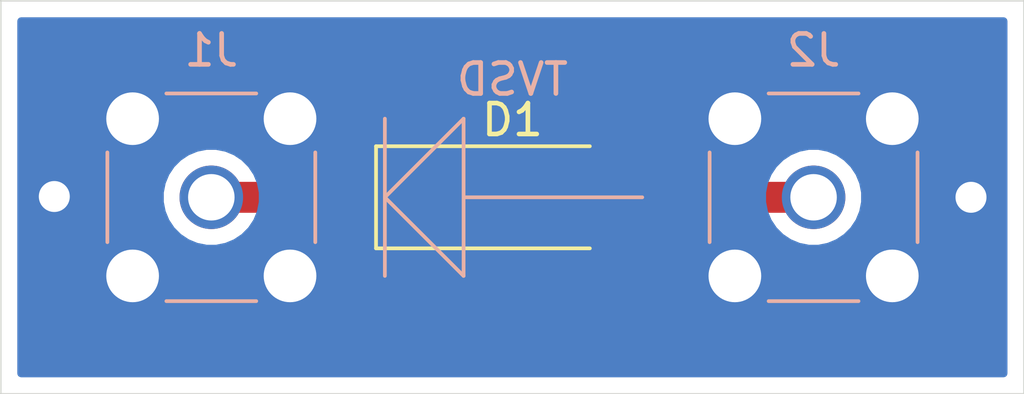
<source format=kicad_pcb>
(kicad_pcb (version 20171130) (host pcbnew "(5.1.5-0-10_14)")

  (general
    (thickness 1.6)
    (drawings 10)
    (tracks 24)
    (zones 0)
    (modules 3)
    (nets 4)
  )

  (page A4)
  (layers
    (0 F.Cu signal)
    (31 B.Cu signal)
    (32 B.Adhes user)
    (33 F.Adhes user)
    (34 B.Paste user)
    (35 F.Paste user)
    (36 B.SilkS user)
    (37 F.SilkS user)
    (38 B.Mask user)
    (39 F.Mask user)
    (40 Dwgs.User user)
    (41 Cmts.User user)
    (42 Eco1.User user)
    (43 Eco2.User user)
    (44 Edge.Cuts user)
    (45 Margin user)
    (46 B.CrtYd user)
    (47 F.CrtYd user)
    (48 B.Fab user)
    (49 F.Fab user)
  )

  (setup
    (last_trace_width 1)
    (user_trace_width 1)
    (user_trace_width 2)
    (trace_clearance 0.2)
    (zone_clearance 0.508)
    (zone_45_only no)
    (trace_min 0.2)
    (via_size 0.8)
    (via_drill 0.4)
    (via_min_size 0.4)
    (via_min_drill 0.3)
    (user_via 2 1)
    (uvia_size 0.3)
    (uvia_drill 0.1)
    (uvias_allowed no)
    (uvia_min_size 0.2)
    (uvia_min_drill 0.1)
    (edge_width 0.05)
    (segment_width 0.2)
    (pcb_text_width 0.3)
    (pcb_text_size 1.5 1.5)
    (mod_edge_width 0.12)
    (mod_text_size 1 1)
    (mod_text_width 0.15)
    (pad_size 1.524 1.524)
    (pad_drill 0.762)
    (pad_to_mask_clearance 0.051)
    (solder_mask_min_width 0.25)
    (aux_axis_origin 0 0)
    (visible_elements FFFFFF7F)
    (pcbplotparams
      (layerselection 0x010fc_ffffffff)
      (usegerberextensions false)
      (usegerberattributes false)
      (usegerberadvancedattributes false)
      (creategerberjobfile false)
      (excludeedgelayer true)
      (linewidth 0.100000)
      (plotframeref false)
      (viasonmask false)
      (mode 1)
      (useauxorigin false)
      (hpglpennumber 1)
      (hpglpenspeed 20)
      (hpglpendiameter 15.000000)
      (psnegative false)
      (psa4output false)
      (plotreference true)
      (plotvalue true)
      (plotinvisibletext false)
      (padsonsilk false)
      (subtractmaskfromsilk false)
      (outputformat 1)
      (mirror false)
      (drillshape 1)
      (scaleselection 1)
      (outputdirectory ""))
  )

  (net 0 "")
  (net 1 "Net-(D1-Pad2)")
  (net 2 "Net-(D1-Pad1)")
  (net 3 GNDS)

  (net_class Default "This is the default net class."
    (clearance 0.2)
    (trace_width 0.25)
    (via_dia 0.8)
    (via_drill 0.4)
    (uvia_dia 0.3)
    (uvia_drill 0.1)
    (add_net GNDS)
    (add_net "Net-(D1-Pad1)")
    (add_net "Net-(D1-Pad2)")
  )

  (module Connector_Coaxial:SMA_Amphenol_901-144_Vertical (layer B.Cu) (tedit 5B2F4C32) (tstamp 5ECD2C15)
    (at 141.8 83.82 180)
    (descr https://www.amphenolrf.com/downloads/dl/file/id/7023/product/3103/901_144_customer_drawing.pdf)
    (tags "SMA THT Female Jack Vertical")
    (path /5EF53929)
    (fp_text reference J2 (at 0 4.75) (layer B.SilkS)
      (effects (font (size 1 1) (thickness 0.15)) (justify mirror))
    )
    (fp_text value SMA_Coaxial (at 0 -5) (layer B.Fab)
      (effects (font (size 1 1) (thickness 0.15)) (justify mirror))
    )
    (fp_text user %R (at 0 0) (layer B.Fab)
      (effects (font (size 1 1) (thickness 0.15)) (justify mirror))
    )
    (fp_line (start -1.45 3.355) (end 1.45 3.355) (layer B.SilkS) (width 0.12))
    (fp_line (start -1.45 -3.355) (end 1.45 -3.355) (layer B.SilkS) (width 0.12))
    (fp_line (start 3.355 1.45) (end 3.355 -1.45) (layer B.SilkS) (width 0.12))
    (fp_line (start -3.355 1.45) (end -3.355 -1.45) (layer B.SilkS) (width 0.12))
    (fp_line (start 3.175 3.175) (end 3.175 -3.175) (layer B.Fab) (width 0.1))
    (fp_line (start -3.175 -3.175) (end 3.175 -3.175) (layer B.Fab) (width 0.1))
    (fp_line (start -3.175 3.175) (end -3.175 -3.175) (layer B.Fab) (width 0.1))
    (fp_line (start -3.175 3.175) (end 3.175 3.175) (layer B.Fab) (width 0.1))
    (fp_line (start -4.17 4.17) (end 4.17 4.17) (layer B.CrtYd) (width 0.05))
    (fp_line (start -4.17 4.17) (end -4.17 -4.17) (layer B.CrtYd) (width 0.05))
    (fp_line (start 4.17 -4.17) (end 4.17 4.17) (layer B.CrtYd) (width 0.05))
    (fp_line (start 4.17 -4.17) (end -4.17 -4.17) (layer B.CrtYd) (width 0.05))
    (fp_circle (center 0 0) (end 3.175 0) (layer B.Fab) (width 0.1))
    (pad 2 thru_hole circle (at -2.54 -2.54 180) (size 2.25 2.25) (drill 1.7) (layers *.Cu *.Mask)
      (net 3 GNDS))
    (pad 2 thru_hole circle (at -2.54 2.54 180) (size 2.25 2.25) (drill 1.7) (layers *.Cu *.Mask)
      (net 3 GNDS))
    (pad 2 thru_hole circle (at 2.54 2.54 180) (size 2.25 2.25) (drill 1.7) (layers *.Cu *.Mask)
      (net 3 GNDS))
    (pad 2 thru_hole circle (at 2.54 -2.54 180) (size 2.25 2.25) (drill 1.7) (layers *.Cu *.Mask)
      (net 3 GNDS))
    (pad 1 thru_hole circle (at 0 0 180) (size 2.05 2.05) (drill 1.5) (layers *.Cu *.Mask)
      (net 1 "Net-(D1-Pad2)"))
    (model ${KISYS3DMOD}/Connector_Coaxial.3dshapes/SMA_Amphenol_901-144_Vertical.wrl
      (at (xyz 0 0 0))
      (scale (xyz 1 1 1))
      (rotate (xyz 0 0 0))
    )
  )

  (module Connector_Coaxial:SMA_Amphenol_901-144_Vertical (layer B.Cu) (tedit 5B2F4C32) (tstamp 5ECD2BFE)
    (at 122.3645 83.82 180)
    (descr https://www.amphenolrf.com/downloads/dl/file/id/7023/product/3103/901_144_customer_drawing.pdf)
    (tags "SMA THT Female Jack Vertical")
    (path /5EF52F84)
    (fp_text reference J1 (at 0 4.75) (layer B.SilkS)
      (effects (font (size 1 1) (thickness 0.15)) (justify mirror))
    )
    (fp_text value SMA_Coaxial (at 0 -5) (layer B.Fab)
      (effects (font (size 1 1) (thickness 0.15)) (justify mirror))
    )
    (fp_text user %R (at 0 0) (layer B.Fab)
      (effects (font (size 1 1) (thickness 0.15)) (justify mirror))
    )
    (fp_line (start -1.45 3.355) (end 1.45 3.355) (layer B.SilkS) (width 0.12))
    (fp_line (start -1.45 -3.355) (end 1.45 -3.355) (layer B.SilkS) (width 0.12))
    (fp_line (start 3.355 1.45) (end 3.355 -1.45) (layer B.SilkS) (width 0.12))
    (fp_line (start -3.355 1.45) (end -3.355 -1.45) (layer B.SilkS) (width 0.12))
    (fp_line (start 3.175 3.175) (end 3.175 -3.175) (layer B.Fab) (width 0.1))
    (fp_line (start -3.175 -3.175) (end 3.175 -3.175) (layer B.Fab) (width 0.1))
    (fp_line (start -3.175 3.175) (end -3.175 -3.175) (layer B.Fab) (width 0.1))
    (fp_line (start -3.175 3.175) (end 3.175 3.175) (layer B.Fab) (width 0.1))
    (fp_line (start -4.17 4.17) (end 4.17 4.17) (layer B.CrtYd) (width 0.05))
    (fp_line (start -4.17 4.17) (end -4.17 -4.17) (layer B.CrtYd) (width 0.05))
    (fp_line (start 4.17 -4.17) (end 4.17 4.17) (layer B.CrtYd) (width 0.05))
    (fp_line (start 4.17 -4.17) (end -4.17 -4.17) (layer B.CrtYd) (width 0.05))
    (fp_circle (center 0 0) (end 3.175 0) (layer B.Fab) (width 0.1))
    (pad 2 thru_hole circle (at -2.54 -2.54 180) (size 2.25 2.25) (drill 1.7) (layers *.Cu *.Mask)
      (net 3 GNDS))
    (pad 2 thru_hole circle (at -2.54 2.54 180) (size 2.25 2.25) (drill 1.7) (layers *.Cu *.Mask)
      (net 3 GNDS))
    (pad 2 thru_hole circle (at 2.54 2.54 180) (size 2.25 2.25) (drill 1.7) (layers *.Cu *.Mask)
      (net 3 GNDS))
    (pad 2 thru_hole circle (at 2.54 -2.54 180) (size 2.25 2.25) (drill 1.7) (layers *.Cu *.Mask)
      (net 3 GNDS))
    (pad 1 thru_hole circle (at 0 0 180) (size 2.05 2.05) (drill 1.5) (layers *.Cu *.Mask)
      (net 2 "Net-(D1-Pad1)"))
    (model ${KISYS3DMOD}/Connector_Coaxial.3dshapes/SMA_Amphenol_901-144_Vertical.wrl
      (at (xyz 0 0 0))
      (scale (xyz 1 1 1))
      (rotate (xyz 0 0 0))
    )
  )

  (module Diode_SMD:D_SMA_Handsoldering (layer F.Cu) (tedit 58643398) (tstamp 5ECD2BE7)
    (at 132.08 83.82)
    (descr "Diode SMA (DO-214AC) Handsoldering")
    (tags "Diode SMA (DO-214AC) Handsoldering")
    (path /5EF53E18)
    (attr smd)
    (fp_text reference D1 (at 0 -2.5) (layer F.SilkS)
      (effects (font (size 1 1) (thickness 0.15)))
    )
    (fp_text value "P4SMA15CA " (at 0 2.6) (layer F.Fab)
      (effects (font (size 1 1) (thickness 0.15)))
    )
    (fp_line (start -4.4 -1.65) (end 2.5 -1.65) (layer F.SilkS) (width 0.12))
    (fp_line (start -4.4 1.65) (end 2.5 1.65) (layer F.SilkS) (width 0.12))
    (fp_line (start -0.64944 0.00102) (end 0.50118 -0.79908) (layer F.Fab) (width 0.1))
    (fp_line (start -0.64944 0.00102) (end 0.50118 0.75032) (layer F.Fab) (width 0.1))
    (fp_line (start 0.50118 0.75032) (end 0.50118 -0.79908) (layer F.Fab) (width 0.1))
    (fp_line (start -0.64944 -0.79908) (end -0.64944 0.80112) (layer F.Fab) (width 0.1))
    (fp_line (start 0.50118 0.00102) (end 1.4994 0.00102) (layer F.Fab) (width 0.1))
    (fp_line (start -0.64944 0.00102) (end -1.55114 0.00102) (layer F.Fab) (width 0.1))
    (fp_line (start -4.5 1.75) (end -4.5 -1.75) (layer F.CrtYd) (width 0.05))
    (fp_line (start 4.5 1.75) (end -4.5 1.75) (layer F.CrtYd) (width 0.05))
    (fp_line (start 4.5 -1.75) (end 4.5 1.75) (layer F.CrtYd) (width 0.05))
    (fp_line (start -4.5 -1.75) (end 4.5 -1.75) (layer F.CrtYd) (width 0.05))
    (fp_line (start 2.3 -1.5) (end -2.3 -1.5) (layer F.Fab) (width 0.1))
    (fp_line (start 2.3 -1.5) (end 2.3 1.5) (layer F.Fab) (width 0.1))
    (fp_line (start -2.3 1.5) (end -2.3 -1.5) (layer F.Fab) (width 0.1))
    (fp_line (start 2.3 1.5) (end -2.3 1.5) (layer F.Fab) (width 0.1))
    (fp_line (start -4.4 -1.65) (end -4.4 1.65) (layer F.SilkS) (width 0.12))
    (fp_text user %R (at 0 -2.5) (layer F.Fab)
      (effects (font (size 1 1) (thickness 0.15)))
    )
    (pad 2 smd rect (at 2.5 0) (size 3.5 1.8) (layers F.Cu F.Paste F.Mask)
      (net 1 "Net-(D1-Pad2)"))
    (pad 1 smd rect (at -2.5 0) (size 3.5 1.8) (layers F.Cu F.Paste F.Mask)
      (net 2 "Net-(D1-Pad1)"))
    (model ${KISYS3DMOD}/Diode_SMD.3dshapes/D_SMA.wrl
      (at (xyz 0 0 0))
      (scale (xyz 1 1 1))
      (rotate (xyz 0 0 0))
    )
  )

  (gr_text TVSD (at 132.08 80.01) (layer B.SilkS)
    (effects (font (size 1 1) (thickness 0.15)) (justify mirror))
  )
  (gr_line (start 127.9652 81.28) (end 127.9652 86.36) (layer B.SilkS) (width 0.12))
  (gr_line (start 130.5052 86.36) (end 127.9652 83.82) (layer B.SilkS) (width 0.12) (tstamp 5ECD2DF6))
  (gr_line (start 130.5052 81.28) (end 130.5052 86.36) (layer B.SilkS) (width 0.12))
  (gr_line (start 127.9652 83.82) (end 130.5052 81.28) (layer B.SilkS) (width 0.12))
  (gr_line (start 136.271 83.82) (end 130.5306 83.82) (layer B.SilkS) (width 0.12))
  (gr_line (start 115.57 90.17) (end 115.57 77.47) (layer Edge.Cuts) (width 0.05) (tstamp 5ECD2D0F))
  (gr_line (start 148.59 90.17) (end 115.57 90.17) (layer Edge.Cuts) (width 0.05))
  (gr_line (start 148.59 77.47) (end 148.59 90.17) (layer Edge.Cuts) (width 0.05))
  (gr_line (start 115.57 77.47) (end 148.59 77.47) (layer Edge.Cuts) (width 0.05))

  (segment (start 134.58 83.82) (end 141.8 83.82) (width 1) (layer F.Cu) (net 1))
  (segment (start 121.92 83.82) (end 129.58 83.82) (width 1) (layer F.Cu) (net 2))
  (via (at 146.88 83.82) (size 2) (drill 1) (layers F.Cu B.Cu) (net 3))
  (segment (start 146.88 86.36) (end 146.88 83.82) (width 1) (layer F.Cu) (net 3))
  (segment (start 144.34 86.36) (end 146.88 86.36) (width 1) (layer F.Cu) (net 3))
  (segment (start 146.88 81.28) (end 144.34 81.28) (width 1) (layer F.Cu) (net 3))
  (segment (start 146.88 83.82) (end 146.88 81.28) (width 1) (layer F.Cu) (net 3))
  (segment (start 119.8245 81.28) (end 117.2845 81.28) (width 1) (layer F.Cu) (net 3))
  (segment (start 117.2845 81.28) (end 117.2845 83.82) (width 1) (layer F.Cu) (net 3))
  (via (at 117.2972 83.7946) (size 2) (drill 1) (layers F.Cu B.Cu) (net 3))
  (segment (start 117.2845 83.82) (end 117.2845 86.36) (width 1) (layer F.Cu) (net 3))
  (segment (start 117.2845 86.36) (end 119.8245 86.36) (width 1) (layer F.Cu) (net 3))
  (segment (start 119.8245 86.36) (end 119.8245 88.9) (width 1) (layer F.Cu) (net 3))
  (segment (start 119.8245 88.9) (end 124.9045 88.9) (width 1) (layer F.Cu) (net 3))
  (segment (start 124.9045 88.9) (end 124.9045 86.36) (width 1) (layer F.Cu) (net 3))
  (segment (start 119.8245 81.28) (end 119.8245 78.74) (width 1) (layer F.Cu) (net 3))
  (segment (start 119.8245 78.74) (end 124.9045 78.74) (width 1) (layer F.Cu) (net 3))
  (segment (start 124.9045 78.74) (end 124.9045 81.28) (width 1) (layer F.Cu) (net 3))
  (segment (start 139.26 78.74) (end 139.26 81.28) (width 1) (layer F.Cu) (net 3))
  (segment (start 144.34 78.74) (end 139.26 78.74) (width 1) (layer F.Cu) (net 3))
  (segment (start 144.34 81.28) (end 144.34 78.74) (width 1) (layer F.Cu) (net 3))
  (segment (start 144.34 88.9) (end 144.34 86.36) (width 1) (layer F.Cu) (net 3))
  (segment (start 139.26 88.9) (end 144.34 88.9) (width 1) (layer F.Cu) (net 3))
  (segment (start 139.26 86.36) (end 139.26 88.9) (width 1) (layer F.Cu) (net 3))

  (zone (net 3) (net_name GNDS) (layer B.Cu) (tstamp 0) (hatch edge 0.508)
    (connect_pads yes (clearance 0.508))
    (min_thickness 0.254)
    (fill yes (arc_segments 32) (thermal_gap 0.508) (thermal_bridge_width 0.508))
    (polygon
      (pts
        (xy 148.59 90.17) (xy 115.57 90.17) (xy 115.57 77.47) (xy 148.59 77.47)
      )
    )
    (filled_polygon
      (pts
        (xy 147.930001 89.51) (xy 116.23 89.51) (xy 116.23 83.656504) (xy 120.7045 83.656504) (xy 120.7045 83.983496)
        (xy 120.768293 84.304204) (xy 120.893427 84.606305) (xy 121.075094 84.878188) (xy 121.306312 85.109406) (xy 121.578195 85.291073)
        (xy 121.880296 85.416207) (xy 122.201004 85.48) (xy 122.527996 85.48) (xy 122.848704 85.416207) (xy 123.150805 85.291073)
        (xy 123.422688 85.109406) (xy 123.653906 84.878188) (xy 123.835573 84.606305) (xy 123.960707 84.304204) (xy 124.0245 83.983496)
        (xy 124.0245 83.656504) (xy 140.14 83.656504) (xy 140.14 83.983496) (xy 140.203793 84.304204) (xy 140.328927 84.606305)
        (xy 140.510594 84.878188) (xy 140.741812 85.109406) (xy 141.013695 85.291073) (xy 141.315796 85.416207) (xy 141.636504 85.48)
        (xy 141.963496 85.48) (xy 142.284204 85.416207) (xy 142.586305 85.291073) (xy 142.858188 85.109406) (xy 143.089406 84.878188)
        (xy 143.271073 84.606305) (xy 143.396207 84.304204) (xy 143.46 83.983496) (xy 143.46 83.656504) (xy 143.396207 83.335796)
        (xy 143.271073 83.033695) (xy 143.089406 82.761812) (xy 142.858188 82.530594) (xy 142.586305 82.348927) (xy 142.284204 82.223793)
        (xy 141.963496 82.16) (xy 141.636504 82.16) (xy 141.315796 82.223793) (xy 141.013695 82.348927) (xy 140.741812 82.530594)
        (xy 140.510594 82.761812) (xy 140.328927 83.033695) (xy 140.203793 83.335796) (xy 140.14 83.656504) (xy 124.0245 83.656504)
        (xy 123.960707 83.335796) (xy 123.835573 83.033695) (xy 123.653906 82.761812) (xy 123.422688 82.530594) (xy 123.150805 82.348927)
        (xy 122.848704 82.223793) (xy 122.527996 82.16) (xy 122.201004 82.16) (xy 121.880296 82.223793) (xy 121.578195 82.348927)
        (xy 121.306312 82.530594) (xy 121.075094 82.761812) (xy 120.893427 83.033695) (xy 120.768293 83.335796) (xy 120.7045 83.656504)
        (xy 116.23 83.656504) (xy 116.23 78.13) (xy 147.93 78.13)
      )
    )
  )
)

</source>
